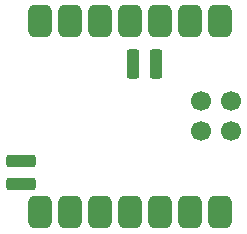
<source format=gbr>
%TF.GenerationSoftware,KiCad,Pcbnew,9.0.6*%
%TF.CreationDate,2026-01-24T17:24:49-08:00*%
%TF.ProjectId,board,626f6172-642e-46b6-9963-61645f706362,rev?*%
%TF.SameCoordinates,Original*%
%TF.FileFunction,Paste,Top*%
%TF.FilePolarity,Positive*%
%FSLAX46Y46*%
G04 Gerber Fmt 4.6, Leading zero omitted, Abs format (unit mm)*
G04 Created by KiCad (PCBNEW 9.0.6) date 2026-01-24 17:24:49*
%MOMM*%
%LPD*%
G01*
G04 APERTURE LIST*
G04 Aperture macros list*
%AMRoundRect*
0 Rectangle with rounded corners*
0 $1 Rounding radius*
0 $2 $3 $4 $5 $6 $7 $8 $9 X,Y pos of 4 corners*
0 Add a 4 corners polygon primitive as box body*
4,1,4,$2,$3,$4,$5,$6,$7,$8,$9,$2,$3,0*
0 Add four circle primitives for the rounded corners*
1,1,$1+$1,$2,$3*
1,1,$1+$1,$4,$5*
1,1,$1+$1,$6,$7*
1,1,$1+$1,$8,$9*
0 Add four rect primitives between the rounded corners*
20,1,$1+$1,$2,$3,$4,$5,0*
20,1,$1+$1,$4,$5,$6,$7,0*
20,1,$1+$1,$6,$7,$8,$9,0*
20,1,$1+$1,$8,$9,$2,$3,0*%
G04 Aperture macros list end*
%ADD10RoundRect,0.500000X-0.500000X0.875000X-0.500000X-0.875000X0.500000X-0.875000X0.500000X0.875000X0*%
%ADD11RoundRect,0.275000X0.275000X-0.975000X0.275000X0.975000X-0.275000X0.975000X-0.275000X-0.975000X0*%
%ADD12RoundRect,0.275000X0.975000X0.275000X-0.975000X0.275000X-0.975000X-0.275000X0.975000X-0.275000X0*%
%ADD13C,1.700000*%
G04 APERTURE END LIST*
D10*
%TO.C,U1*%
X186851500Y-93715000D03*
X184311500Y-93715000D03*
X181771500Y-93715000D03*
X179231500Y-93715000D03*
X176691500Y-93715000D03*
X174151500Y-93715000D03*
X171611500Y-93715000D03*
X171611500Y-109880000D03*
X174151500Y-109880000D03*
X176691500Y-109880000D03*
X179231500Y-109880000D03*
X181771500Y-109880000D03*
X184311500Y-109880000D03*
X186851500Y-109880000D03*
D11*
X179545000Y-97325000D03*
X181450000Y-97325000D03*
D12*
X169994600Y-105580000D03*
X169994600Y-107485000D03*
D13*
X187800000Y-100500000D03*
X187800000Y-103040000D03*
X185260000Y-100500000D03*
X185260000Y-103040000D03*
%TD*%
M02*

</source>
